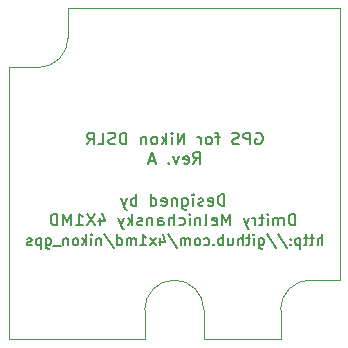
<source format=gbr>
G04 #@! TF.FileFunction,Legend,Bot*
%FSLAX46Y46*%
G04 Gerber Fmt 4.6, Leading zero omitted, Abs format (unit mm)*
G04 Created by KiCad (PCBNEW 4.0.7-e2-6376~61~ubuntu18.04.1) date Sat Feb  2 14:08:29 2019*
%MOMM*%
%LPD*%
G01*
G04 APERTURE LIST*
%ADD10C,0.100000*%
%ADD11C,0.150000*%
G04 APERTURE END LIST*
D10*
D11*
X118252334Y-116721381D02*
X118252334Y-115721381D01*
X118014239Y-115721381D01*
X117871381Y-115769000D01*
X117776143Y-115864238D01*
X117728524Y-115959476D01*
X117680905Y-116149952D01*
X117680905Y-116292810D01*
X117728524Y-116483286D01*
X117776143Y-116578524D01*
X117871381Y-116673762D01*
X118014239Y-116721381D01*
X118252334Y-116721381D01*
X116871381Y-116673762D02*
X116966619Y-116721381D01*
X117157096Y-116721381D01*
X117252334Y-116673762D01*
X117299953Y-116578524D01*
X117299953Y-116197571D01*
X117252334Y-116102333D01*
X117157096Y-116054714D01*
X116966619Y-116054714D01*
X116871381Y-116102333D01*
X116823762Y-116197571D01*
X116823762Y-116292810D01*
X117299953Y-116388048D01*
X116442810Y-116673762D02*
X116347572Y-116721381D01*
X116157096Y-116721381D01*
X116061857Y-116673762D01*
X116014238Y-116578524D01*
X116014238Y-116530905D01*
X116061857Y-116435667D01*
X116157096Y-116388048D01*
X116299953Y-116388048D01*
X116395191Y-116340429D01*
X116442810Y-116245190D01*
X116442810Y-116197571D01*
X116395191Y-116102333D01*
X116299953Y-116054714D01*
X116157096Y-116054714D01*
X116061857Y-116102333D01*
X115585667Y-116721381D02*
X115585667Y-116054714D01*
X115585667Y-115721381D02*
X115633286Y-115769000D01*
X115585667Y-115816619D01*
X115538048Y-115769000D01*
X115585667Y-115721381D01*
X115585667Y-115816619D01*
X114680905Y-116054714D02*
X114680905Y-116864238D01*
X114728524Y-116959476D01*
X114776143Y-117007095D01*
X114871382Y-117054714D01*
X115014239Y-117054714D01*
X115109477Y-117007095D01*
X114680905Y-116673762D02*
X114776143Y-116721381D01*
X114966620Y-116721381D01*
X115061858Y-116673762D01*
X115109477Y-116626143D01*
X115157096Y-116530905D01*
X115157096Y-116245190D01*
X115109477Y-116149952D01*
X115061858Y-116102333D01*
X114966620Y-116054714D01*
X114776143Y-116054714D01*
X114680905Y-116102333D01*
X114204715Y-116054714D02*
X114204715Y-116721381D01*
X114204715Y-116149952D02*
X114157096Y-116102333D01*
X114061858Y-116054714D01*
X113919000Y-116054714D01*
X113823762Y-116102333D01*
X113776143Y-116197571D01*
X113776143Y-116721381D01*
X112919000Y-116673762D02*
X113014238Y-116721381D01*
X113204715Y-116721381D01*
X113299953Y-116673762D01*
X113347572Y-116578524D01*
X113347572Y-116197571D01*
X113299953Y-116102333D01*
X113204715Y-116054714D01*
X113014238Y-116054714D01*
X112919000Y-116102333D01*
X112871381Y-116197571D01*
X112871381Y-116292810D01*
X113347572Y-116388048D01*
X112014238Y-116721381D02*
X112014238Y-115721381D01*
X112014238Y-116673762D02*
X112109476Y-116721381D01*
X112299953Y-116721381D01*
X112395191Y-116673762D01*
X112442810Y-116626143D01*
X112490429Y-116530905D01*
X112490429Y-116245190D01*
X112442810Y-116149952D01*
X112395191Y-116102333D01*
X112299953Y-116054714D01*
X112109476Y-116054714D01*
X112014238Y-116102333D01*
X110776143Y-116721381D02*
X110776143Y-115721381D01*
X110776143Y-116102333D02*
X110680905Y-116054714D01*
X110490428Y-116054714D01*
X110395190Y-116102333D01*
X110347571Y-116149952D01*
X110299952Y-116245190D01*
X110299952Y-116530905D01*
X110347571Y-116626143D01*
X110395190Y-116673762D01*
X110490428Y-116721381D01*
X110680905Y-116721381D01*
X110776143Y-116673762D01*
X109966619Y-116054714D02*
X109728524Y-116721381D01*
X109490428Y-116054714D02*
X109728524Y-116721381D01*
X109823762Y-116959476D01*
X109871381Y-117007095D01*
X109966619Y-117054714D01*
X124252334Y-118371381D02*
X124252334Y-117371381D01*
X124014239Y-117371381D01*
X123871381Y-117419000D01*
X123776143Y-117514238D01*
X123728524Y-117609476D01*
X123680905Y-117799952D01*
X123680905Y-117942810D01*
X123728524Y-118133286D01*
X123776143Y-118228524D01*
X123871381Y-118323762D01*
X124014239Y-118371381D01*
X124252334Y-118371381D01*
X123252334Y-118371381D02*
X123252334Y-117704714D01*
X123252334Y-117799952D02*
X123204715Y-117752333D01*
X123109477Y-117704714D01*
X122966619Y-117704714D01*
X122871381Y-117752333D01*
X122823762Y-117847571D01*
X122823762Y-118371381D01*
X122823762Y-117847571D02*
X122776143Y-117752333D01*
X122680905Y-117704714D01*
X122538048Y-117704714D01*
X122442810Y-117752333D01*
X122395191Y-117847571D01*
X122395191Y-118371381D01*
X121919001Y-118371381D02*
X121919001Y-117704714D01*
X121919001Y-117371381D02*
X121966620Y-117419000D01*
X121919001Y-117466619D01*
X121871382Y-117419000D01*
X121919001Y-117371381D01*
X121919001Y-117466619D01*
X121585668Y-117704714D02*
X121204716Y-117704714D01*
X121442811Y-117371381D02*
X121442811Y-118228524D01*
X121395192Y-118323762D01*
X121299954Y-118371381D01*
X121204716Y-118371381D01*
X120871382Y-118371381D02*
X120871382Y-117704714D01*
X120871382Y-117895190D02*
X120823763Y-117799952D01*
X120776144Y-117752333D01*
X120680906Y-117704714D01*
X120585667Y-117704714D01*
X120347572Y-117704714D02*
X120109477Y-118371381D01*
X119871381Y-117704714D02*
X120109477Y-118371381D01*
X120204715Y-118609476D01*
X120252334Y-118657095D01*
X120347572Y-118704714D01*
X118728524Y-118371381D02*
X118728524Y-117371381D01*
X118395190Y-118085667D01*
X118061857Y-117371381D01*
X118061857Y-118371381D01*
X117204714Y-118323762D02*
X117299952Y-118371381D01*
X117490429Y-118371381D01*
X117585667Y-118323762D01*
X117633286Y-118228524D01*
X117633286Y-117847571D01*
X117585667Y-117752333D01*
X117490429Y-117704714D01*
X117299952Y-117704714D01*
X117204714Y-117752333D01*
X117157095Y-117847571D01*
X117157095Y-117942810D01*
X117633286Y-118038048D01*
X116585667Y-118371381D02*
X116680905Y-118323762D01*
X116728524Y-118228524D01*
X116728524Y-117371381D01*
X116204714Y-117704714D02*
X116204714Y-118371381D01*
X116204714Y-117799952D02*
X116157095Y-117752333D01*
X116061857Y-117704714D01*
X115918999Y-117704714D01*
X115823761Y-117752333D01*
X115776142Y-117847571D01*
X115776142Y-118371381D01*
X115299952Y-118371381D02*
X115299952Y-117704714D01*
X115299952Y-117371381D02*
X115347571Y-117419000D01*
X115299952Y-117466619D01*
X115252333Y-117419000D01*
X115299952Y-117371381D01*
X115299952Y-117466619D01*
X114395190Y-118323762D02*
X114490428Y-118371381D01*
X114680905Y-118371381D01*
X114776143Y-118323762D01*
X114823762Y-118276143D01*
X114871381Y-118180905D01*
X114871381Y-117895190D01*
X114823762Y-117799952D01*
X114776143Y-117752333D01*
X114680905Y-117704714D01*
X114490428Y-117704714D01*
X114395190Y-117752333D01*
X113966619Y-118371381D02*
X113966619Y-117371381D01*
X113538047Y-118371381D02*
X113538047Y-117847571D01*
X113585666Y-117752333D01*
X113680904Y-117704714D01*
X113823762Y-117704714D01*
X113919000Y-117752333D01*
X113966619Y-117799952D01*
X112633285Y-118371381D02*
X112633285Y-117847571D01*
X112680904Y-117752333D01*
X112776142Y-117704714D01*
X112966619Y-117704714D01*
X113061857Y-117752333D01*
X112633285Y-118323762D02*
X112728523Y-118371381D01*
X112966619Y-118371381D01*
X113061857Y-118323762D01*
X113109476Y-118228524D01*
X113109476Y-118133286D01*
X113061857Y-118038048D01*
X112966619Y-117990429D01*
X112728523Y-117990429D01*
X112633285Y-117942810D01*
X112157095Y-117704714D02*
X112157095Y-118371381D01*
X112157095Y-117799952D02*
X112109476Y-117752333D01*
X112014238Y-117704714D01*
X111871380Y-117704714D01*
X111776142Y-117752333D01*
X111728523Y-117847571D01*
X111728523Y-118371381D01*
X111299952Y-118323762D02*
X111204714Y-118371381D01*
X111014238Y-118371381D01*
X110918999Y-118323762D01*
X110871380Y-118228524D01*
X110871380Y-118180905D01*
X110918999Y-118085667D01*
X111014238Y-118038048D01*
X111157095Y-118038048D01*
X111252333Y-117990429D01*
X111299952Y-117895190D01*
X111299952Y-117847571D01*
X111252333Y-117752333D01*
X111157095Y-117704714D01*
X111014238Y-117704714D01*
X110918999Y-117752333D01*
X110442809Y-118371381D02*
X110442809Y-117371381D01*
X110347571Y-117990429D02*
X110061856Y-118371381D01*
X110061856Y-117704714D02*
X110442809Y-118085667D01*
X109728523Y-117704714D02*
X109490428Y-118371381D01*
X109252332Y-117704714D02*
X109490428Y-118371381D01*
X109585666Y-118609476D01*
X109633285Y-118657095D01*
X109728523Y-118704714D01*
X107680903Y-117704714D02*
X107680903Y-118371381D01*
X107918999Y-117323762D02*
X108157094Y-118038048D01*
X107538046Y-118038048D01*
X107252332Y-117371381D02*
X106585665Y-118371381D01*
X106585665Y-117371381D02*
X107252332Y-118371381D01*
X105680903Y-118371381D02*
X106252332Y-118371381D01*
X105966618Y-118371381D02*
X105966618Y-117371381D01*
X106061856Y-117514238D01*
X106157094Y-117609476D01*
X106252332Y-117657095D01*
X105252332Y-118371381D02*
X105252332Y-117371381D01*
X104918998Y-118085667D01*
X104585665Y-117371381D01*
X104585665Y-118371381D01*
X104109475Y-118371381D02*
X104109475Y-117371381D01*
X103871380Y-117371381D01*
X103728522Y-117419000D01*
X103633284Y-117514238D01*
X103585665Y-117609476D01*
X103538046Y-117799952D01*
X103538046Y-117942810D01*
X103585665Y-118133286D01*
X103633284Y-118228524D01*
X103728522Y-118323762D01*
X103871380Y-118371381D01*
X104109475Y-118371381D01*
X126517429Y-120041143D02*
X126517429Y-119141143D01*
X126131715Y-120041143D02*
X126131715Y-119569714D01*
X126174572Y-119484000D01*
X126260286Y-119441143D01*
X126388858Y-119441143D01*
X126474572Y-119484000D01*
X126517429Y-119526857D01*
X125831715Y-119441143D02*
X125488858Y-119441143D01*
X125703143Y-119141143D02*
X125703143Y-119912571D01*
X125660286Y-119998286D01*
X125574572Y-120041143D01*
X125488858Y-120041143D01*
X125317429Y-119441143D02*
X124974572Y-119441143D01*
X125188857Y-119141143D02*
X125188857Y-119912571D01*
X125146000Y-119998286D01*
X125060286Y-120041143D01*
X124974572Y-120041143D01*
X124674571Y-119441143D02*
X124674571Y-120341143D01*
X124674571Y-119484000D02*
X124588857Y-119441143D01*
X124417428Y-119441143D01*
X124331714Y-119484000D01*
X124288857Y-119526857D01*
X124246000Y-119612571D01*
X124246000Y-119869714D01*
X124288857Y-119955429D01*
X124331714Y-119998286D01*
X124417428Y-120041143D01*
X124588857Y-120041143D01*
X124674571Y-119998286D01*
X123860285Y-119955429D02*
X123817428Y-119998286D01*
X123860285Y-120041143D01*
X123903142Y-119998286D01*
X123860285Y-119955429D01*
X123860285Y-120041143D01*
X123860285Y-119484000D02*
X123817428Y-119526857D01*
X123860285Y-119569714D01*
X123903142Y-119526857D01*
X123860285Y-119484000D01*
X123860285Y-119569714D01*
X122788857Y-119098286D02*
X123560286Y-120255429D01*
X121846000Y-119098286D02*
X122617429Y-120255429D01*
X121160286Y-119441143D02*
X121160286Y-120169714D01*
X121203143Y-120255429D01*
X121246000Y-120298286D01*
X121331715Y-120341143D01*
X121460286Y-120341143D01*
X121546000Y-120298286D01*
X121160286Y-119998286D02*
X121246000Y-120041143D01*
X121417429Y-120041143D01*
X121503143Y-119998286D01*
X121546000Y-119955429D01*
X121588857Y-119869714D01*
X121588857Y-119612571D01*
X121546000Y-119526857D01*
X121503143Y-119484000D01*
X121417429Y-119441143D01*
X121246000Y-119441143D01*
X121160286Y-119484000D01*
X120731714Y-120041143D02*
X120731714Y-119441143D01*
X120731714Y-119141143D02*
X120774571Y-119184000D01*
X120731714Y-119226857D01*
X120688857Y-119184000D01*
X120731714Y-119141143D01*
X120731714Y-119226857D01*
X120431715Y-119441143D02*
X120088858Y-119441143D01*
X120303143Y-119141143D02*
X120303143Y-119912571D01*
X120260286Y-119998286D01*
X120174572Y-120041143D01*
X120088858Y-120041143D01*
X119788857Y-120041143D02*
X119788857Y-119141143D01*
X119403143Y-120041143D02*
X119403143Y-119569714D01*
X119446000Y-119484000D01*
X119531714Y-119441143D01*
X119660286Y-119441143D01*
X119746000Y-119484000D01*
X119788857Y-119526857D01*
X118588857Y-119441143D02*
X118588857Y-120041143D01*
X118974571Y-119441143D02*
X118974571Y-119912571D01*
X118931714Y-119998286D01*
X118846000Y-120041143D01*
X118717428Y-120041143D01*
X118631714Y-119998286D01*
X118588857Y-119955429D01*
X118160285Y-120041143D02*
X118160285Y-119141143D01*
X118160285Y-119484000D02*
X118074571Y-119441143D01*
X117903142Y-119441143D01*
X117817428Y-119484000D01*
X117774571Y-119526857D01*
X117731714Y-119612571D01*
X117731714Y-119869714D01*
X117774571Y-119955429D01*
X117817428Y-119998286D01*
X117903142Y-120041143D01*
X118074571Y-120041143D01*
X118160285Y-119998286D01*
X117345999Y-119955429D02*
X117303142Y-119998286D01*
X117345999Y-120041143D01*
X117388856Y-119998286D01*
X117345999Y-119955429D01*
X117345999Y-120041143D01*
X116531714Y-119998286D02*
X116617428Y-120041143D01*
X116788857Y-120041143D01*
X116874571Y-119998286D01*
X116917428Y-119955429D01*
X116960285Y-119869714D01*
X116960285Y-119612571D01*
X116917428Y-119526857D01*
X116874571Y-119484000D01*
X116788857Y-119441143D01*
X116617428Y-119441143D01*
X116531714Y-119484000D01*
X116017428Y-120041143D02*
X116103142Y-119998286D01*
X116145999Y-119955429D01*
X116188856Y-119869714D01*
X116188856Y-119612571D01*
X116145999Y-119526857D01*
X116103142Y-119484000D01*
X116017428Y-119441143D01*
X115888856Y-119441143D01*
X115803142Y-119484000D01*
X115760285Y-119526857D01*
X115717428Y-119612571D01*
X115717428Y-119869714D01*
X115760285Y-119955429D01*
X115803142Y-119998286D01*
X115888856Y-120041143D01*
X116017428Y-120041143D01*
X115331713Y-120041143D02*
X115331713Y-119441143D01*
X115331713Y-119526857D02*
X115288856Y-119484000D01*
X115203142Y-119441143D01*
X115074570Y-119441143D01*
X114988856Y-119484000D01*
X114945999Y-119569714D01*
X114945999Y-120041143D01*
X114945999Y-119569714D02*
X114903142Y-119484000D01*
X114817428Y-119441143D01*
X114688856Y-119441143D01*
X114603142Y-119484000D01*
X114560285Y-119569714D01*
X114560285Y-120041143D01*
X113488856Y-119098286D02*
X114260285Y-120255429D01*
X112803142Y-119441143D02*
X112803142Y-120041143D01*
X113017428Y-119098286D02*
X113231713Y-119741143D01*
X112674571Y-119741143D01*
X112417428Y-120041143D02*
X111945999Y-119441143D01*
X112417428Y-119441143D02*
X111945999Y-120041143D01*
X111131714Y-120041143D02*
X111645999Y-120041143D01*
X111388857Y-120041143D02*
X111388857Y-119141143D01*
X111474571Y-119269714D01*
X111560285Y-119355429D01*
X111645999Y-119398286D01*
X110745999Y-120041143D02*
X110745999Y-119441143D01*
X110745999Y-119526857D02*
X110703142Y-119484000D01*
X110617428Y-119441143D01*
X110488856Y-119441143D01*
X110403142Y-119484000D01*
X110360285Y-119569714D01*
X110360285Y-120041143D01*
X110360285Y-119569714D02*
X110317428Y-119484000D01*
X110231714Y-119441143D01*
X110103142Y-119441143D01*
X110017428Y-119484000D01*
X109974571Y-119569714D01*
X109974571Y-120041143D01*
X109160285Y-120041143D02*
X109160285Y-119141143D01*
X109160285Y-119998286D02*
X109245999Y-120041143D01*
X109417428Y-120041143D01*
X109503142Y-119998286D01*
X109545999Y-119955429D01*
X109588856Y-119869714D01*
X109588856Y-119612571D01*
X109545999Y-119526857D01*
X109503142Y-119484000D01*
X109417428Y-119441143D01*
X109245999Y-119441143D01*
X109160285Y-119484000D01*
X108088856Y-119098286D02*
X108860285Y-120255429D01*
X107788856Y-119441143D02*
X107788856Y-120041143D01*
X107788856Y-119526857D02*
X107745999Y-119484000D01*
X107660285Y-119441143D01*
X107531713Y-119441143D01*
X107445999Y-119484000D01*
X107403142Y-119569714D01*
X107403142Y-120041143D01*
X106974570Y-120041143D02*
X106974570Y-119441143D01*
X106974570Y-119141143D02*
X107017427Y-119184000D01*
X106974570Y-119226857D01*
X106931713Y-119184000D01*
X106974570Y-119141143D01*
X106974570Y-119226857D01*
X106545999Y-120041143D02*
X106545999Y-119141143D01*
X106460285Y-119698286D02*
X106203142Y-120041143D01*
X106203142Y-119441143D02*
X106545999Y-119784000D01*
X105688857Y-120041143D02*
X105774571Y-119998286D01*
X105817428Y-119955429D01*
X105860285Y-119869714D01*
X105860285Y-119612571D01*
X105817428Y-119526857D01*
X105774571Y-119484000D01*
X105688857Y-119441143D01*
X105560285Y-119441143D01*
X105474571Y-119484000D01*
X105431714Y-119526857D01*
X105388857Y-119612571D01*
X105388857Y-119869714D01*
X105431714Y-119955429D01*
X105474571Y-119998286D01*
X105560285Y-120041143D01*
X105688857Y-120041143D01*
X105003142Y-119441143D02*
X105003142Y-120041143D01*
X105003142Y-119526857D02*
X104960285Y-119484000D01*
X104874571Y-119441143D01*
X104745999Y-119441143D01*
X104660285Y-119484000D01*
X104617428Y-119569714D01*
X104617428Y-120041143D01*
X104403142Y-120126857D02*
X103717428Y-120126857D01*
X103117428Y-119441143D02*
X103117428Y-120169714D01*
X103160285Y-120255429D01*
X103203142Y-120298286D01*
X103288857Y-120341143D01*
X103417428Y-120341143D01*
X103503142Y-120298286D01*
X103117428Y-119998286D02*
X103203142Y-120041143D01*
X103374571Y-120041143D01*
X103460285Y-119998286D01*
X103503142Y-119955429D01*
X103545999Y-119869714D01*
X103545999Y-119612571D01*
X103503142Y-119526857D01*
X103460285Y-119484000D01*
X103374571Y-119441143D01*
X103203142Y-119441143D01*
X103117428Y-119484000D01*
X102688856Y-119441143D02*
X102688856Y-120341143D01*
X102688856Y-119484000D02*
X102603142Y-119441143D01*
X102431713Y-119441143D01*
X102345999Y-119484000D01*
X102303142Y-119526857D01*
X102260285Y-119612571D01*
X102260285Y-119869714D01*
X102303142Y-119955429D01*
X102345999Y-119998286D01*
X102431713Y-120041143D01*
X102603142Y-120041143D01*
X102688856Y-119998286D01*
X101917427Y-119998286D02*
X101831713Y-120041143D01*
X101660285Y-120041143D01*
X101574570Y-119998286D01*
X101531713Y-119912571D01*
X101531713Y-119869714D01*
X101574570Y-119784000D01*
X101660285Y-119741143D01*
X101788856Y-119741143D01*
X101874570Y-119698286D01*
X101917427Y-119612571D01*
X101917427Y-119569714D01*
X101874570Y-119484000D01*
X101788856Y-119441143D01*
X101660285Y-119441143D01*
X101574570Y-119484000D01*
X120903143Y-110562000D02*
X120998381Y-110514381D01*
X121141238Y-110514381D01*
X121284096Y-110562000D01*
X121379334Y-110657238D01*
X121426953Y-110752476D01*
X121474572Y-110942952D01*
X121474572Y-111085810D01*
X121426953Y-111276286D01*
X121379334Y-111371524D01*
X121284096Y-111466762D01*
X121141238Y-111514381D01*
X121046000Y-111514381D01*
X120903143Y-111466762D01*
X120855524Y-111419143D01*
X120855524Y-111085810D01*
X121046000Y-111085810D01*
X120426953Y-111514381D02*
X120426953Y-110514381D01*
X120046000Y-110514381D01*
X119950762Y-110562000D01*
X119903143Y-110609619D01*
X119855524Y-110704857D01*
X119855524Y-110847714D01*
X119903143Y-110942952D01*
X119950762Y-110990571D01*
X120046000Y-111038190D01*
X120426953Y-111038190D01*
X119474572Y-111466762D02*
X119331715Y-111514381D01*
X119093619Y-111514381D01*
X118998381Y-111466762D01*
X118950762Y-111419143D01*
X118903143Y-111323905D01*
X118903143Y-111228667D01*
X118950762Y-111133429D01*
X118998381Y-111085810D01*
X119093619Y-111038190D01*
X119284096Y-110990571D01*
X119379334Y-110942952D01*
X119426953Y-110895333D01*
X119474572Y-110800095D01*
X119474572Y-110704857D01*
X119426953Y-110609619D01*
X119379334Y-110562000D01*
X119284096Y-110514381D01*
X119046000Y-110514381D01*
X118903143Y-110562000D01*
X117855524Y-110847714D02*
X117474572Y-110847714D01*
X117712667Y-111514381D02*
X117712667Y-110657238D01*
X117665048Y-110562000D01*
X117569810Y-110514381D01*
X117474572Y-110514381D01*
X116998381Y-111514381D02*
X117093619Y-111466762D01*
X117141238Y-111419143D01*
X117188857Y-111323905D01*
X117188857Y-111038190D01*
X117141238Y-110942952D01*
X117093619Y-110895333D01*
X116998381Y-110847714D01*
X116855523Y-110847714D01*
X116760285Y-110895333D01*
X116712666Y-110942952D01*
X116665047Y-111038190D01*
X116665047Y-111323905D01*
X116712666Y-111419143D01*
X116760285Y-111466762D01*
X116855523Y-111514381D01*
X116998381Y-111514381D01*
X116236476Y-111514381D02*
X116236476Y-110847714D01*
X116236476Y-111038190D02*
X116188857Y-110942952D01*
X116141238Y-110895333D01*
X116046000Y-110847714D01*
X115950761Y-110847714D01*
X114855523Y-111514381D02*
X114855523Y-110514381D01*
X114284094Y-111514381D01*
X114284094Y-110514381D01*
X113807904Y-111514381D02*
X113807904Y-110847714D01*
X113807904Y-110514381D02*
X113855523Y-110562000D01*
X113807904Y-110609619D01*
X113760285Y-110562000D01*
X113807904Y-110514381D01*
X113807904Y-110609619D01*
X113331714Y-111514381D02*
X113331714Y-110514381D01*
X113236476Y-111133429D02*
X112950761Y-111514381D01*
X112950761Y-110847714D02*
X113331714Y-111228667D01*
X112379333Y-111514381D02*
X112474571Y-111466762D01*
X112522190Y-111419143D01*
X112569809Y-111323905D01*
X112569809Y-111038190D01*
X112522190Y-110942952D01*
X112474571Y-110895333D01*
X112379333Y-110847714D01*
X112236475Y-110847714D01*
X112141237Y-110895333D01*
X112093618Y-110942952D01*
X112045999Y-111038190D01*
X112045999Y-111323905D01*
X112093618Y-111419143D01*
X112141237Y-111466762D01*
X112236475Y-111514381D01*
X112379333Y-111514381D01*
X111617428Y-110847714D02*
X111617428Y-111514381D01*
X111617428Y-110942952D02*
X111569809Y-110895333D01*
X111474571Y-110847714D01*
X111331713Y-110847714D01*
X111236475Y-110895333D01*
X111188856Y-110990571D01*
X111188856Y-111514381D01*
X109950761Y-111514381D02*
X109950761Y-110514381D01*
X109712666Y-110514381D01*
X109569808Y-110562000D01*
X109474570Y-110657238D01*
X109426951Y-110752476D01*
X109379332Y-110942952D01*
X109379332Y-111085810D01*
X109426951Y-111276286D01*
X109474570Y-111371524D01*
X109569808Y-111466762D01*
X109712666Y-111514381D01*
X109950761Y-111514381D01*
X108998380Y-111466762D02*
X108855523Y-111514381D01*
X108617427Y-111514381D01*
X108522189Y-111466762D01*
X108474570Y-111419143D01*
X108426951Y-111323905D01*
X108426951Y-111228667D01*
X108474570Y-111133429D01*
X108522189Y-111085810D01*
X108617427Y-111038190D01*
X108807904Y-110990571D01*
X108903142Y-110942952D01*
X108950761Y-110895333D01*
X108998380Y-110800095D01*
X108998380Y-110704857D01*
X108950761Y-110609619D01*
X108903142Y-110562000D01*
X108807904Y-110514381D01*
X108569808Y-110514381D01*
X108426951Y-110562000D01*
X107522189Y-111514381D02*
X107998380Y-111514381D01*
X107998380Y-110514381D01*
X106617427Y-111514381D02*
X106950761Y-111038190D01*
X107188856Y-111514381D02*
X107188856Y-110514381D01*
X106807903Y-110514381D01*
X106712665Y-110562000D01*
X106665046Y-110609619D01*
X106617427Y-110704857D01*
X106617427Y-110847714D01*
X106665046Y-110942952D01*
X106712665Y-110990571D01*
X106807903Y-111038190D01*
X107188856Y-111038190D01*
X115593619Y-113164381D02*
X115926953Y-112688190D01*
X116165048Y-113164381D02*
X116165048Y-112164381D01*
X115784095Y-112164381D01*
X115688857Y-112212000D01*
X115641238Y-112259619D01*
X115593619Y-112354857D01*
X115593619Y-112497714D01*
X115641238Y-112592952D01*
X115688857Y-112640571D01*
X115784095Y-112688190D01*
X116165048Y-112688190D01*
X114784095Y-113116762D02*
X114879333Y-113164381D01*
X115069810Y-113164381D01*
X115165048Y-113116762D01*
X115212667Y-113021524D01*
X115212667Y-112640571D01*
X115165048Y-112545333D01*
X115069810Y-112497714D01*
X114879333Y-112497714D01*
X114784095Y-112545333D01*
X114736476Y-112640571D01*
X114736476Y-112735810D01*
X115212667Y-112831048D01*
X114403143Y-112497714D02*
X114165048Y-113164381D01*
X113926952Y-112497714D01*
X113546000Y-113069143D02*
X113498381Y-113116762D01*
X113546000Y-113164381D01*
X113593619Y-113116762D01*
X113546000Y-113069143D01*
X113546000Y-113164381D01*
X112355524Y-112878667D02*
X111879333Y-112878667D01*
X112450762Y-113164381D02*
X112117429Y-112164381D01*
X111784095Y-113164381D01*
D10*
X116500000Y-125500000D02*
X116500000Y-128000000D01*
X111500000Y-125500000D02*
X111500000Y-128000000D01*
X114000000Y-123000000D02*
G75*
G03X111500000Y-125500000I0J-2500000D01*
G01*
X116500000Y-125500000D02*
G75*
G03X114000000Y-123000000I-2500000J0D01*
G01*
X100000000Y-128000000D02*
X111500000Y-128000000D01*
X105000000Y-100000000D02*
X128000000Y-100000000D01*
X128000000Y-123000000D02*
X128000000Y-100000000D01*
X116500000Y-128000000D02*
X123000000Y-128000000D01*
X100000000Y-128000000D02*
X100000000Y-105000000D01*
X100000000Y-105000000D02*
X102500000Y-105000000D01*
X105000000Y-102500000D02*
X105000000Y-100000000D01*
X105000000Y-102500000D02*
G75*
G02X102500000Y-105000000I-2500000J0D01*
G01*
X123000000Y-125500000D02*
G75*
G02X125500000Y-123000000I2500000J0D01*
G01*
X123000000Y-125500000D02*
X123000000Y-128000000D01*
X125500000Y-123000000D02*
X128000000Y-123000000D01*
M02*

</source>
